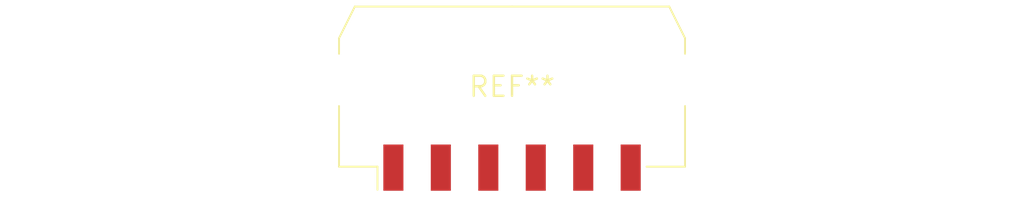
<source format=kicad_pcb>
(kicad_pcb (version 20240108) (generator pcbnew)
  (layers (0 "F.Cu" signal) (31 "B.Cu" signal) (34 "B.Paste" user) (35 "F.Paste" user) (36 "B.SilkS" user "B.Silkscreen") (37 "F.SilkS" user "F.Silkscreen") (38 "B.Mask" user) (39 "F.Mask" user) (44 "Edge.Cuts" user))
  (net 0 "")
  (footprint "Molex_Micro-Fit_3.0_43650-0610_1x06-1MP_P3.00mm_Horizontal" (layer "F.Cu") (at 0 0)
    (property "Reference" "REF**")
    (property "Value" "Molex_Micro-Fit_3.0_43650-0610_1x06-1MP_P3.00mm_Horizontal")
    (fp_line (start -10.935 -3.06) (end -10.935 -2.075) (layer "F.SilkS") (stroke (width 0.12)))
    (fp_line (start -10.935 1.225) (end -10.935 5.06) (layer "F.SilkS") (stroke (width 0.12)))
    (fp_line (start -10.935 5.06) (end -8.505 5.06) (layer "F.SilkS") (stroke (width 0.12)))
    (fp_line (start -9.935 -5.06) (end -10.935 -3.06) (layer "F.SilkS") (stroke (width 0.12)))
    (fp_line (start -8.505 5.06) (end -8.505 6.52) (layer "F.SilkS") (stroke (width 0.12)))
    (fp_line (start 0 -5.06) (end -9.935 -5.06) (layer "F.SilkS") (stroke (width 0.12)))
    (fp_line (start 0 -5.06) (end 9.935 -5.06) (layer "F.SilkS") (stroke (width 0.12)))
    (fp_line (start 9.935 -5.06) (end 10.935 -3.06) (layer "F.SilkS") (stroke (width 0.12)))
    (fp_line (start 10.935 -3.06) (end 10.935 -2.075) (layer "F.SilkS") (stroke (width 0.12)))
    (fp_line (start 10.935 1.225) (end 10.935 5.06) (layer "F.SilkS") (stroke (width 0.12)))
    (fp_line (start 10.935 5.06) (end 8.505 5.06) (layer "F.SilkS") (stroke (width 0.12)))
    (pad "1" smd rect (at -7.5 5.12) (size 1.27 2.92) (layers "F.Cu" "F.Paste" "F.Mask"))
    (pad "2" smd rect (at -4.5 5.12) (size 1.27 2.92) (layers "F.Cu" "F.Paste" "F.Mask"))
    (pad "3" smd rect (at -1.5 5.12) (size 1.27 2.92) (layers "F.Cu" "F.Paste" "F.Mask"))
    (pad "4" smd rect (at 1.5 5.12) (size 1.27 2.92) (layers "F.Cu" "F.Paste" "F.Mask"))
    (pad "5" smd rect (at 4.5 5.12) (size 1.27 2.92) (layers "F.Cu" "F.Paste" "F.Mask"))
    (pad "6" smd rect (at 7.5 5.12) (size 1.27 2.92) (layers "F.Cu" "F.Paste" "F.Mask"))
    (pad "MP" thru_hole circle (at -9.65 -0.35) (size 2.71 2.71) (drill 2.41) (layers *.Cu *.Mask) (remove_unused_layers))
    (pad "MP" thru_hole circle (at 9.65 -0.35) (size 2.71 2.71) (drill 2.41) (layers *.Cu *.Mask) (remove_unused_layers))
  )
)
</source>
